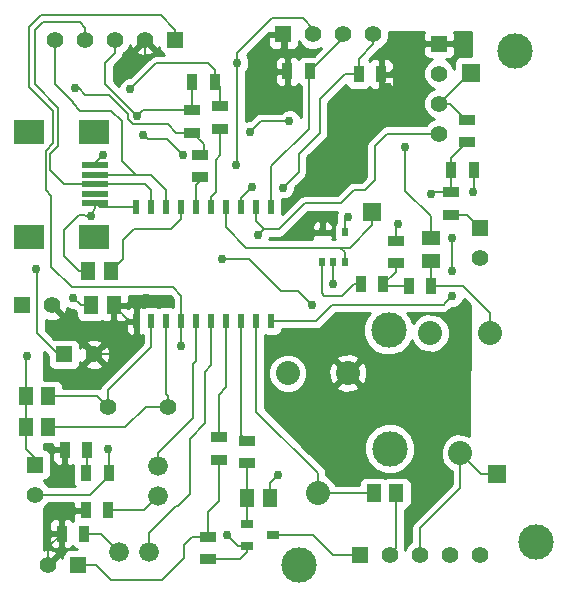
<source format=gtl>
G04 (created by PCBNEW (2013-07-07 BZR 4022)-stable) date 24/04/2015 17:54:37*
%MOIN*%
G04 Gerber Fmt 3.4, Leading zero omitted, Abs format*
%FSLAX34Y34*%
G01*
G70*
G90*
G04 APERTURE LIST*
%ADD10C,0.00590551*%
%ADD11C,0.11811*%
%ADD12R,0.0906X0.0197*%
%ADD13R,0.0984X0.0787*%
%ADD14R,0.02X0.03*%
%ADD15R,0.0394X0.0315*%
%ADD16R,0.02X0.05*%
%ADD17R,0.0590551X0.0590551*%
%ADD18R,0.055X0.035*%
%ADD19R,0.035X0.055*%
%ADD20R,0.055X0.055*%
%ADD21C,0.055*%
%ADD22C,0.08*%
%ADD23C,0.066*%
%ADD24C,0.056*%
%ADD25R,0.0512X0.059*%
%ADD26R,0.059X0.0512*%
%ADD27C,0.0295276*%
%ADD28C,0.006*%
%ADD29C,0.01*%
G04 APERTURE END LIST*
G54D10*
G54D11*
X58590Y-47775D03*
X59290Y-64155D03*
G54D12*
X44618Y-51590D03*
X44618Y-51905D03*
X44618Y-52220D03*
X44618Y-52535D03*
X44618Y-52850D03*
G54D13*
X44579Y-50468D03*
X42414Y-50468D03*
X44579Y-53972D03*
X42414Y-53972D03*
G54D11*
X54385Y-57090D03*
X54420Y-61035D03*
X51415Y-64920D03*
G54D14*
X52175Y-54830D03*
X52925Y-54830D03*
X52175Y-53830D03*
X52550Y-54830D03*
X52925Y-53830D03*
G54D15*
X50533Y-63915D03*
X49667Y-64290D03*
X49667Y-63540D03*
G54D16*
X50475Y-52985D03*
X49975Y-52985D03*
X49475Y-52985D03*
X48975Y-52985D03*
X48475Y-52985D03*
X47975Y-52985D03*
X47475Y-52985D03*
X46975Y-52985D03*
X46475Y-52985D03*
X45975Y-52985D03*
X45975Y-56785D03*
X46475Y-56785D03*
X46975Y-56785D03*
X47475Y-56785D03*
X47975Y-56785D03*
X48475Y-56785D03*
X48975Y-56785D03*
X49475Y-56785D03*
X49975Y-56785D03*
X50475Y-56785D03*
G54D17*
X57120Y-48506D03*
X53850Y-53156D03*
X57990Y-61871D03*
G54D18*
X49665Y-60770D03*
X49665Y-61520D03*
X57015Y-50820D03*
X57015Y-50070D03*
X47850Y-49755D03*
X47850Y-50505D03*
G54D19*
X53385Y-48555D03*
X54135Y-48555D03*
X51765Y-48465D03*
X51015Y-48465D03*
G54D18*
X48105Y-51990D03*
X48105Y-51240D03*
X48375Y-64725D03*
X48375Y-63975D03*
X48735Y-60660D03*
X48735Y-61410D03*
G54D19*
X44285Y-63090D03*
X45035Y-63090D03*
X43485Y-63870D03*
X44235Y-63870D03*
X57225Y-51735D03*
X56475Y-51735D03*
G54D18*
X48775Y-50380D03*
X48775Y-49630D03*
X56475Y-53235D03*
X56475Y-52485D03*
G54D19*
X47850Y-48820D03*
X48600Y-48820D03*
X44305Y-61865D03*
X45055Y-61865D03*
X43590Y-61080D03*
X44340Y-61080D03*
X55815Y-55615D03*
X55065Y-55615D03*
X54210Y-55560D03*
X53460Y-55560D03*
G54D18*
X54630Y-54105D03*
X54630Y-54855D03*
G54D20*
X47275Y-47415D03*
G54D21*
X46275Y-47415D03*
X45275Y-47415D03*
X44275Y-47415D03*
X43275Y-47415D03*
G54D20*
X53425Y-64590D03*
G54D21*
X54425Y-64590D03*
X55425Y-64590D03*
X56425Y-64590D03*
X57425Y-64590D03*
G54D20*
X50880Y-47230D03*
G54D21*
X51880Y-47230D03*
X52880Y-47230D03*
X53880Y-47230D03*
G54D20*
X56070Y-47535D03*
G54D21*
X56070Y-48535D03*
X56070Y-49535D03*
X56070Y-50535D03*
G54D20*
X42160Y-56250D03*
G54D21*
X43160Y-56250D03*
G54D20*
X43570Y-57900D03*
G54D21*
X44570Y-57900D03*
G54D20*
X57435Y-53680D03*
G54D21*
X57435Y-54680D03*
G54D20*
X42615Y-61570D03*
G54D21*
X42615Y-62570D03*
G54D22*
X53030Y-58520D03*
X52030Y-62520D03*
X51030Y-58520D03*
X57770Y-57185D03*
X56770Y-61185D03*
X55770Y-57185D03*
G54D23*
X45415Y-64500D03*
X46415Y-64500D03*
X46705Y-62605D03*
X46705Y-61605D03*
G54D24*
X47025Y-59640D03*
X45025Y-59640D03*
G54D25*
X44475Y-56265D03*
X45225Y-56265D03*
X49675Y-62685D03*
X50425Y-62685D03*
X44375Y-55130D03*
X45125Y-55130D03*
X53900Y-62525D03*
X54650Y-62525D03*
X42285Y-60330D03*
X43035Y-60330D03*
X42290Y-59290D03*
X43040Y-59290D03*
G54D26*
X55790Y-54780D03*
X55790Y-54030D03*
G54D20*
X44040Y-64920D03*
G54D21*
X43040Y-64920D03*
G54D27*
X43605Y-63090D03*
X43520Y-61960D03*
X46300Y-56030D03*
X54370Y-50020D03*
X52155Y-53235D03*
X54360Y-48975D03*
X45870Y-48340D03*
X48850Y-54730D03*
X51830Y-56250D03*
X50040Y-53910D03*
X42330Y-57945D03*
X43875Y-56010D03*
X49005Y-63930D03*
X50700Y-61920D03*
X57210Y-52470D03*
X54945Y-50985D03*
X46000Y-49950D03*
X44470Y-53270D03*
X49350Y-48180D03*
X49300Y-51580D03*
X52530Y-55545D03*
X55800Y-52545D03*
X56490Y-54015D03*
X56490Y-55125D03*
X56490Y-55965D03*
X49760Y-50480D03*
X51080Y-50120D03*
X54690Y-53550D03*
X53040Y-53310D03*
X46205Y-50580D03*
X47520Y-51250D03*
X44860Y-51260D03*
X50865Y-52335D03*
X49845Y-52320D03*
X47470Y-57620D03*
X45050Y-61060D03*
X45780Y-49065D03*
X43945Y-49020D03*
X42635Y-55060D03*
G54D28*
X43040Y-64920D02*
X43040Y-64315D01*
X43040Y-64315D02*
X43485Y-63870D01*
X44285Y-63090D02*
X43605Y-63090D01*
X43485Y-63870D02*
X43485Y-63210D01*
X43485Y-63210D02*
X43605Y-63090D01*
X43590Y-61080D02*
X43590Y-61890D01*
X43590Y-61890D02*
X43520Y-61960D01*
X45975Y-56785D02*
X45975Y-56355D01*
X45975Y-56355D02*
X46300Y-56030D01*
X45975Y-56785D02*
X45975Y-57535D01*
X45610Y-57900D02*
X44570Y-57900D01*
X45975Y-57535D02*
X45610Y-57900D01*
X45975Y-56785D02*
X45745Y-56785D01*
X45745Y-56785D02*
X45225Y-56265D01*
X44570Y-57900D02*
X44570Y-57740D01*
X44570Y-57740D02*
X43160Y-56330D01*
X43160Y-56330D02*
X43160Y-56250D01*
X52175Y-53830D02*
X52175Y-53255D01*
X54360Y-50010D02*
X54360Y-48975D01*
X54370Y-50020D02*
X54360Y-50010D01*
X52175Y-53255D02*
X52155Y-53235D01*
X56070Y-47535D02*
X55415Y-47535D01*
X54395Y-48555D02*
X54135Y-48555D01*
X55415Y-47535D02*
X54395Y-48555D01*
X54135Y-48555D02*
X54135Y-48750D01*
X54135Y-48750D02*
X54360Y-48975D01*
X51015Y-48465D02*
X51015Y-47365D01*
X51015Y-47365D02*
X50880Y-47230D01*
X46275Y-47415D02*
X46275Y-47935D01*
X46275Y-47935D02*
X45870Y-48340D01*
X54650Y-62525D02*
X54650Y-64365D01*
X54650Y-64365D02*
X54425Y-64590D01*
X55425Y-64590D02*
X55425Y-63690D01*
X56770Y-62345D02*
X56770Y-62295D01*
X55425Y-63690D02*
X56770Y-62345D01*
X57990Y-61871D02*
X57456Y-61871D01*
X57456Y-61871D02*
X56770Y-61185D01*
X56770Y-61185D02*
X56770Y-62295D01*
X56770Y-62295D02*
X56760Y-62305D01*
X50533Y-63915D02*
X51855Y-63915D01*
X52530Y-64590D02*
X53425Y-64590D01*
X51855Y-63915D02*
X52530Y-64590D01*
X49730Y-54730D02*
X48850Y-54730D01*
X50800Y-55800D02*
X49730Y-54730D01*
X51380Y-55800D02*
X50800Y-55800D01*
X51830Y-56250D02*
X51380Y-55800D01*
X50225Y-53725D02*
X50245Y-53725D01*
X50040Y-53910D02*
X50225Y-53725D01*
X49975Y-52985D02*
X49975Y-53455D01*
X54340Y-50535D02*
X56070Y-50535D01*
X53920Y-50955D02*
X54340Y-50535D01*
X53920Y-52100D02*
X53920Y-50955D01*
X53595Y-52425D02*
X53920Y-52100D01*
X53240Y-52425D02*
X53595Y-52425D01*
X52800Y-52865D02*
X53240Y-52425D01*
X51590Y-52865D02*
X52800Y-52865D01*
X50730Y-53725D02*
X51590Y-52865D01*
X50245Y-53725D02*
X50730Y-53725D01*
X49975Y-53455D02*
X50245Y-53725D01*
X57120Y-48506D02*
X57098Y-48506D01*
X57098Y-48506D02*
X56070Y-49535D01*
X57015Y-50070D02*
X56955Y-50070D01*
X56420Y-49535D02*
X56070Y-49535D01*
X56955Y-50070D02*
X56420Y-49535D01*
X48375Y-64725D02*
X49425Y-64725D01*
X49667Y-64483D02*
X49667Y-64290D01*
X49425Y-64725D02*
X49667Y-64483D01*
X42615Y-61570D02*
X42615Y-61365D01*
X42285Y-61035D02*
X42285Y-60330D01*
X42615Y-61365D02*
X42285Y-61035D01*
X42290Y-59290D02*
X42290Y-57985D01*
X42290Y-57985D02*
X42330Y-57945D01*
X42285Y-60330D02*
X42285Y-59295D01*
X42285Y-59295D02*
X42290Y-59290D01*
X44475Y-56265D02*
X44130Y-56265D01*
X44130Y-56265D02*
X43875Y-56010D01*
X49667Y-64290D02*
X49365Y-64290D01*
X49365Y-64290D02*
X49005Y-63930D01*
X50425Y-62685D02*
X50425Y-62195D01*
X50425Y-62195D02*
X50700Y-61920D01*
X57225Y-51735D02*
X57225Y-52455D01*
X57225Y-52455D02*
X57210Y-52470D01*
X55790Y-54030D02*
X55790Y-53300D01*
X54945Y-52455D02*
X54945Y-50985D01*
X55790Y-53300D02*
X54945Y-52455D01*
X51880Y-47230D02*
X51880Y-47035D01*
X49350Y-47835D02*
X49350Y-48180D01*
X50505Y-46680D02*
X49350Y-47835D01*
X51525Y-46680D02*
X50505Y-46680D01*
X51880Y-47035D02*
X51525Y-46680D01*
X47850Y-48820D02*
X47850Y-49755D01*
X47850Y-49755D02*
X46195Y-49755D01*
X46195Y-49755D02*
X46000Y-49950D01*
X45275Y-47415D02*
X45275Y-47845D01*
X46000Y-49940D02*
X46000Y-49950D01*
X44950Y-48890D02*
X46000Y-49940D01*
X44950Y-48170D02*
X44950Y-48890D01*
X45275Y-47845D02*
X44950Y-48170D01*
X44375Y-55130D02*
X44075Y-55130D01*
X44070Y-53250D02*
X44470Y-53270D01*
X43575Y-53745D02*
X44070Y-53250D01*
X43575Y-54630D02*
X43575Y-53745D01*
X44075Y-55130D02*
X43575Y-54630D01*
X45975Y-52985D02*
X44753Y-52985D01*
X44753Y-52985D02*
X44618Y-52850D01*
X44618Y-52850D02*
X44618Y-53032D01*
X44618Y-53032D02*
X44470Y-53270D01*
X49350Y-51530D02*
X49350Y-48180D01*
X49300Y-51580D02*
X49350Y-51530D01*
X52550Y-54830D02*
X52550Y-55525D01*
X52550Y-55525D02*
X52530Y-55545D01*
X44235Y-63870D02*
X44785Y-63870D01*
X44785Y-63870D02*
X45415Y-64500D01*
X48735Y-60660D02*
X48735Y-59235D01*
X48975Y-58995D02*
X48975Y-56785D01*
X48735Y-59235D02*
X48975Y-58995D01*
X49665Y-61520D02*
X49665Y-62675D01*
X49667Y-62677D02*
X49667Y-63540D01*
X49665Y-62675D02*
X49667Y-62677D01*
X46705Y-61605D02*
X46705Y-61175D01*
X47975Y-58120D02*
X47975Y-56785D01*
X47865Y-58230D02*
X47975Y-58120D01*
X47865Y-60015D02*
X47865Y-58230D01*
X46705Y-61175D02*
X47865Y-60015D01*
X56475Y-53235D02*
X56990Y-53235D01*
X56990Y-53235D02*
X57435Y-53680D01*
X51810Y-56785D02*
X51965Y-56785D01*
X56220Y-56235D02*
X56280Y-56175D01*
X52515Y-56235D02*
X56220Y-56235D01*
X51965Y-56785D02*
X52515Y-56235D01*
X50475Y-56785D02*
X51810Y-56785D01*
X55860Y-52485D02*
X56475Y-52485D01*
X55800Y-52545D02*
X55860Y-52485D01*
X56490Y-55125D02*
X56490Y-54015D01*
X56280Y-56175D02*
X56490Y-55965D01*
X56475Y-51765D02*
X56475Y-51360D01*
X56475Y-51360D02*
X57015Y-50820D01*
X56475Y-51765D02*
X56475Y-52485D01*
X48475Y-52985D02*
X48475Y-52655D01*
X48775Y-51260D02*
X48775Y-50380D01*
X48630Y-51405D02*
X48775Y-51260D01*
X48630Y-52500D02*
X48630Y-51405D01*
X48475Y-52655D02*
X48630Y-52500D01*
X47975Y-52985D02*
X47975Y-52255D01*
X47975Y-52255D02*
X48245Y-51985D01*
X53900Y-62525D02*
X52035Y-62525D01*
X52035Y-62525D02*
X52030Y-62520D01*
X49975Y-56785D02*
X49975Y-59810D01*
X52030Y-61865D02*
X52030Y-62520D01*
X49975Y-59810D02*
X52030Y-61865D01*
X45035Y-63090D02*
X46220Y-63090D01*
X46220Y-63090D02*
X46705Y-62605D01*
X44040Y-64920D02*
X44625Y-64920D01*
X47835Y-63975D02*
X48375Y-63975D01*
X47565Y-64245D02*
X47835Y-63975D01*
X47565Y-64680D02*
X47565Y-64245D01*
X46830Y-65415D02*
X47565Y-64680D01*
X45120Y-65415D02*
X46830Y-65415D01*
X44625Y-64920D02*
X45120Y-65415D01*
X48375Y-63975D02*
X48375Y-63145D01*
X48735Y-62785D02*
X48735Y-61410D01*
X48375Y-63145D02*
X48735Y-62785D01*
X47475Y-52985D02*
X47475Y-53370D01*
X45525Y-54730D02*
X45125Y-55130D01*
X45525Y-54075D02*
X45525Y-54730D01*
X45885Y-53715D02*
X45525Y-54075D01*
X47130Y-53715D02*
X45885Y-53715D01*
X47475Y-53370D02*
X47130Y-53715D01*
X44275Y-47415D02*
X44275Y-47020D01*
X43565Y-52220D02*
X44618Y-52220D01*
X43110Y-51765D02*
X43565Y-52220D01*
X43110Y-51210D02*
X43110Y-51765D01*
X43380Y-50940D02*
X43110Y-51210D01*
X43380Y-49680D02*
X43380Y-50940D01*
X42600Y-48900D02*
X43380Y-49680D01*
X42600Y-47100D02*
X42600Y-48900D01*
X42870Y-46830D02*
X42600Y-47100D01*
X44085Y-46830D02*
X42870Y-46830D01*
X44275Y-47020D02*
X44085Y-46830D01*
X44618Y-52220D02*
X46265Y-52220D01*
X46475Y-52430D02*
X46475Y-52985D01*
X46265Y-52220D02*
X46475Y-52430D01*
X43860Y-49470D02*
X43860Y-49530D01*
X45455Y-50100D02*
X45510Y-50100D01*
X45125Y-49770D02*
X45455Y-50100D01*
X44100Y-49770D02*
X45125Y-49770D01*
X43860Y-49530D02*
X44100Y-49770D01*
X43275Y-47415D02*
X43275Y-48885D01*
X45510Y-51450D02*
X45965Y-51905D01*
X45510Y-50100D02*
X45510Y-51450D01*
X43275Y-48885D02*
X43860Y-49470D01*
X46975Y-52985D02*
X46975Y-52420D01*
X46460Y-51905D02*
X45965Y-51905D01*
X45965Y-51905D02*
X44618Y-51905D01*
X46975Y-52420D02*
X46460Y-51905D01*
X49760Y-50480D02*
X50120Y-50120D01*
X50120Y-50120D02*
X51080Y-50120D01*
X52925Y-53830D02*
X52925Y-53425D01*
X54630Y-53610D02*
X54630Y-54105D01*
X54690Y-53550D02*
X54630Y-53610D01*
X52925Y-53425D02*
X53040Y-53310D01*
X53460Y-55560D02*
X53220Y-55560D01*
X52175Y-55865D02*
X52175Y-54830D01*
X52245Y-55935D02*
X52175Y-55865D01*
X52845Y-55935D02*
X52245Y-55935D01*
X53220Y-55560D02*
X52845Y-55935D01*
X55065Y-55615D02*
X54265Y-55615D01*
X54265Y-55615D02*
X54210Y-55560D01*
X54630Y-54855D02*
X54630Y-55140D01*
X54630Y-55140D02*
X54210Y-55560D01*
X44340Y-61080D02*
X44340Y-61830D01*
X44340Y-61830D02*
X44305Y-61865D01*
X45025Y-59640D02*
X45025Y-59090D01*
X46475Y-57640D02*
X46475Y-56785D01*
X45025Y-59090D02*
X46475Y-57640D01*
X43040Y-59290D02*
X44675Y-59290D01*
X44675Y-59290D02*
X45025Y-59640D01*
X47025Y-59640D02*
X47025Y-59280D01*
X46975Y-59230D02*
X46975Y-56785D01*
X47025Y-59280D02*
X46975Y-59230D01*
X43035Y-60330D02*
X45600Y-60330D01*
X46290Y-59640D02*
X47025Y-59640D01*
X45600Y-60330D02*
X46290Y-59640D01*
X46355Y-50730D02*
X47000Y-50730D01*
X46205Y-50580D02*
X46355Y-50730D01*
X47520Y-51250D02*
X47000Y-50730D01*
X44618Y-51590D02*
X44618Y-51502D01*
X44618Y-51502D02*
X44860Y-51260D01*
X57770Y-57185D02*
X57770Y-56525D01*
X56860Y-55615D02*
X55815Y-55615D01*
X57770Y-56525D02*
X56860Y-55615D01*
X55815Y-55615D02*
X55815Y-54805D01*
X55815Y-54805D02*
X55790Y-54780D01*
X50475Y-52985D02*
X50475Y-51630D01*
X52880Y-47350D02*
X52880Y-47230D01*
X51735Y-48495D02*
X52880Y-47350D01*
X51735Y-50370D02*
X51735Y-48495D01*
X50475Y-51630D02*
X51735Y-50370D01*
X53385Y-48555D02*
X53385Y-48045D01*
X53880Y-47550D02*
X53880Y-47230D01*
X53385Y-48045D02*
X53880Y-47550D01*
X49475Y-52985D02*
X49475Y-52690D01*
X52935Y-48555D02*
X53385Y-48555D01*
X52095Y-49395D02*
X52935Y-48555D01*
X52095Y-50505D02*
X52095Y-49395D01*
X51390Y-51210D02*
X52095Y-50505D01*
X51390Y-51810D02*
X51390Y-51210D01*
X50865Y-52335D02*
X51390Y-51810D01*
X49475Y-52690D02*
X49845Y-52320D01*
X52770Y-54340D02*
X53090Y-54340D01*
X53850Y-53580D02*
X53850Y-53156D01*
X53090Y-54340D02*
X53850Y-53580D01*
X52925Y-54830D02*
X52925Y-54495D01*
X52925Y-54495D02*
X52770Y-54340D01*
X48975Y-52985D02*
X48975Y-53665D01*
X49650Y-54340D02*
X52770Y-54340D01*
X48975Y-53665D02*
X49650Y-54340D01*
X46415Y-64500D02*
X46415Y-63835D01*
X48475Y-58265D02*
X48475Y-56785D01*
X48270Y-58470D02*
X48475Y-58265D01*
X48270Y-60195D02*
X48270Y-58470D01*
X47760Y-60705D02*
X48270Y-60195D01*
X47760Y-62550D02*
X47760Y-60705D01*
X47355Y-62955D02*
X47760Y-62550D01*
X47295Y-62955D02*
X47355Y-62955D01*
X46415Y-63835D02*
X47295Y-62955D01*
X45055Y-61865D02*
X45055Y-61065D01*
X47475Y-57615D02*
X47475Y-56785D01*
X47470Y-57620D02*
X47475Y-57615D01*
X45055Y-61065D02*
X45050Y-61060D01*
X42615Y-62570D02*
X44430Y-62570D01*
X45055Y-61945D02*
X45055Y-61865D01*
X44430Y-62570D02*
X45055Y-61945D01*
X47275Y-47415D02*
X47275Y-47080D01*
X47275Y-47080D02*
X46785Y-46590D01*
X46785Y-46590D02*
X42810Y-46590D01*
X42810Y-46590D02*
X42405Y-46995D01*
X42405Y-46995D02*
X42405Y-48990D01*
X42405Y-48990D02*
X43215Y-49800D01*
X43215Y-49800D02*
X43215Y-50860D01*
X43215Y-50860D02*
X42960Y-51115D01*
X42960Y-51115D02*
X42960Y-52430D01*
X42960Y-52430D02*
X43150Y-52620D01*
X43150Y-52620D02*
X43150Y-54970D01*
X43150Y-54970D02*
X43845Y-55665D01*
X43845Y-55665D02*
X47205Y-55665D01*
X47205Y-55665D02*
X47475Y-55935D01*
X47475Y-55935D02*
X47475Y-56785D01*
X49475Y-56785D02*
X49475Y-60580D01*
X49475Y-60580D02*
X49665Y-60770D01*
X48600Y-48820D02*
X48600Y-48425D01*
X46650Y-48195D02*
X45780Y-49065D01*
X48370Y-48195D02*
X46650Y-48195D01*
X48600Y-48425D02*
X48370Y-48195D01*
X48775Y-49630D02*
X48775Y-48995D01*
X48775Y-48995D02*
X48600Y-48820D01*
X44275Y-49240D02*
X44055Y-49020D01*
X44055Y-49020D02*
X43945Y-49020D01*
X47850Y-50505D02*
X47305Y-50505D01*
X45060Y-49240D02*
X44905Y-49240D01*
X45695Y-49875D02*
X45060Y-49240D01*
X45695Y-50065D02*
X45695Y-49875D01*
X45860Y-50230D02*
X45695Y-50065D01*
X47030Y-50230D02*
X45860Y-50230D01*
X47305Y-50505D02*
X47030Y-50230D01*
X44905Y-49240D02*
X44275Y-49240D01*
X43380Y-57900D02*
X43570Y-57900D01*
X42680Y-57200D02*
X43380Y-57900D01*
X42680Y-55105D02*
X42680Y-57200D01*
X42635Y-55060D02*
X42680Y-55105D01*
X48245Y-51235D02*
X48245Y-50900D01*
X48245Y-50900D02*
X47850Y-50505D01*
G54D10*
G36*
X43926Y-62290D02*
X43540Y-62290D01*
X43540Y-61542D01*
X43540Y-61130D01*
X43227Y-61130D01*
X43165Y-61192D01*
X43164Y-61305D01*
X43165Y-61404D01*
X43203Y-61496D01*
X43273Y-61567D01*
X43365Y-61605D01*
X43477Y-61605D01*
X43540Y-61542D01*
X43540Y-62290D01*
X43067Y-62290D01*
X43060Y-62273D01*
X42912Y-62125D01*
X42892Y-62116D01*
X42892Y-62095D01*
X42939Y-62095D01*
X43031Y-62057D01*
X43101Y-61986D01*
X43139Y-61894D01*
X43140Y-61795D01*
X43140Y-61245D01*
X43102Y-61153D01*
X43031Y-61083D01*
X42939Y-61045D01*
X42894Y-61045D01*
X42895Y-60875D01*
X43164Y-60875D01*
X43165Y-60967D01*
X43227Y-61030D01*
X43540Y-61030D01*
X43540Y-61022D01*
X43640Y-61022D01*
X43640Y-61030D01*
X43647Y-61030D01*
X43647Y-61130D01*
X43640Y-61130D01*
X43640Y-61542D01*
X43702Y-61605D01*
X43814Y-61605D01*
X43880Y-61577D01*
X43879Y-61639D01*
X43879Y-62189D01*
X43917Y-62281D01*
X43926Y-62290D01*
X43926Y-62290D01*
G37*
G54D29*
X43926Y-62290D02*
X43540Y-62290D01*
X43540Y-61542D01*
X43540Y-61130D01*
X43227Y-61130D01*
X43165Y-61192D01*
X43164Y-61305D01*
X43165Y-61404D01*
X43203Y-61496D01*
X43273Y-61567D01*
X43365Y-61605D01*
X43477Y-61605D01*
X43540Y-61542D01*
X43540Y-62290D01*
X43067Y-62290D01*
X43060Y-62273D01*
X42912Y-62125D01*
X42892Y-62116D01*
X42892Y-62095D01*
X42939Y-62095D01*
X43031Y-62057D01*
X43101Y-61986D01*
X43139Y-61894D01*
X43140Y-61795D01*
X43140Y-61245D01*
X43102Y-61153D01*
X43031Y-61083D01*
X42939Y-61045D01*
X42894Y-61045D01*
X42895Y-60875D01*
X43164Y-60875D01*
X43165Y-60967D01*
X43227Y-61030D01*
X43540Y-61030D01*
X43540Y-61022D01*
X43640Y-61022D01*
X43640Y-61030D01*
X43647Y-61030D01*
X43647Y-61130D01*
X43640Y-61130D01*
X43640Y-61542D01*
X43702Y-61605D01*
X43814Y-61605D01*
X43880Y-61577D01*
X43879Y-61639D01*
X43879Y-62189D01*
X43917Y-62281D01*
X43926Y-62290D01*
G54D10*
G36*
X44342Y-63140D02*
X44335Y-63140D01*
X44335Y-63147D01*
X44235Y-63147D01*
X44235Y-63140D01*
X43922Y-63140D01*
X43860Y-63202D01*
X43859Y-63315D01*
X43860Y-63414D01*
X43867Y-63433D01*
X43860Y-63441D01*
X43801Y-63382D01*
X43709Y-63344D01*
X43597Y-63345D01*
X43535Y-63407D01*
X43535Y-63820D01*
X43542Y-63820D01*
X43542Y-63920D01*
X43535Y-63920D01*
X43535Y-64332D01*
X43597Y-64395D01*
X43709Y-64395D01*
X43801Y-64357D01*
X43860Y-64298D01*
X43918Y-64356D01*
X44010Y-64394D01*
X44010Y-64394D01*
X43715Y-64394D01*
X43623Y-64432D01*
X43553Y-64503D01*
X43515Y-64595D01*
X43514Y-64682D01*
X43500Y-64647D01*
X43435Y-64630D01*
X43435Y-64332D01*
X43435Y-63920D01*
X43435Y-63820D01*
X43435Y-63407D01*
X43372Y-63345D01*
X43260Y-63344D01*
X43168Y-63382D01*
X43098Y-63453D01*
X43060Y-63545D01*
X43059Y-63644D01*
X43060Y-63757D01*
X43122Y-63820D01*
X43435Y-63820D01*
X43435Y-63920D01*
X43122Y-63920D01*
X43060Y-63982D01*
X43059Y-64095D01*
X43060Y-64194D01*
X43098Y-64286D01*
X43168Y-64357D01*
X43260Y-64395D01*
X43372Y-64395D01*
X43435Y-64332D01*
X43435Y-64630D01*
X43407Y-64622D01*
X43158Y-64872D01*
X43007Y-64871D01*
X43034Y-64843D01*
X43040Y-64849D01*
X43337Y-64552D01*
X43312Y-64459D01*
X43115Y-64390D01*
X42907Y-64401D01*
X42886Y-64410D01*
X42889Y-63024D01*
X42912Y-63015D01*
X43059Y-62867D01*
X43067Y-62850D01*
X43859Y-62850D01*
X43859Y-62864D01*
X43860Y-62977D01*
X43922Y-63040D01*
X44235Y-63040D01*
X44235Y-63032D01*
X44335Y-63032D01*
X44335Y-63040D01*
X44342Y-63040D01*
X44342Y-63140D01*
X44342Y-63140D01*
G37*
G54D29*
X44342Y-63140D02*
X44335Y-63140D01*
X44335Y-63147D01*
X44235Y-63147D01*
X44235Y-63140D01*
X43922Y-63140D01*
X43860Y-63202D01*
X43859Y-63315D01*
X43860Y-63414D01*
X43867Y-63433D01*
X43860Y-63441D01*
X43801Y-63382D01*
X43709Y-63344D01*
X43597Y-63345D01*
X43535Y-63407D01*
X43535Y-63820D01*
X43542Y-63820D01*
X43542Y-63920D01*
X43535Y-63920D01*
X43535Y-64332D01*
X43597Y-64395D01*
X43709Y-64395D01*
X43801Y-64357D01*
X43860Y-64298D01*
X43918Y-64356D01*
X44010Y-64394D01*
X44010Y-64394D01*
X43715Y-64394D01*
X43623Y-64432D01*
X43553Y-64503D01*
X43515Y-64595D01*
X43514Y-64682D01*
X43500Y-64647D01*
X43435Y-64630D01*
X43435Y-64332D01*
X43435Y-63920D01*
X43435Y-63820D01*
X43435Y-63407D01*
X43372Y-63345D01*
X43260Y-63344D01*
X43168Y-63382D01*
X43098Y-63453D01*
X43060Y-63545D01*
X43059Y-63644D01*
X43060Y-63757D01*
X43122Y-63820D01*
X43435Y-63820D01*
X43435Y-63920D01*
X43122Y-63920D01*
X43060Y-63982D01*
X43059Y-64095D01*
X43060Y-64194D01*
X43098Y-64286D01*
X43168Y-64357D01*
X43260Y-64395D01*
X43372Y-64395D01*
X43435Y-64332D01*
X43435Y-64630D01*
X43407Y-64622D01*
X43158Y-64872D01*
X43007Y-64871D01*
X43034Y-64843D01*
X43040Y-64849D01*
X43337Y-64552D01*
X43312Y-64459D01*
X43115Y-64390D01*
X42907Y-64401D01*
X42886Y-64410D01*
X42889Y-63024D01*
X42912Y-63015D01*
X43059Y-62867D01*
X43067Y-62850D01*
X43859Y-62850D01*
X43859Y-62864D01*
X43860Y-62977D01*
X43922Y-63040D01*
X44235Y-63040D01*
X44235Y-63032D01*
X44335Y-63032D01*
X44335Y-63040D01*
X44342Y-63040D01*
X44342Y-63140D01*
G54D10*
G36*
X46889Y-47915D02*
X46650Y-47915D01*
X46572Y-47930D01*
X46572Y-47782D01*
X46275Y-47485D01*
X45977Y-47782D01*
X46002Y-47875D01*
X46199Y-47944D01*
X46407Y-47933D01*
X46547Y-47875D01*
X46572Y-47782D01*
X46572Y-47930D01*
X46560Y-47932D01*
X46542Y-47936D01*
X46452Y-47997D01*
X45781Y-48667D01*
X45701Y-48667D01*
X45555Y-48727D01*
X45443Y-48839D01*
X45399Y-48943D01*
X45230Y-48774D01*
X45230Y-48285D01*
X45472Y-48042D01*
X45472Y-48042D01*
X45533Y-47952D01*
X45533Y-47952D01*
X45537Y-47934D01*
X45550Y-47869D01*
X45550Y-47869D01*
X45572Y-47860D01*
X45719Y-47712D01*
X45772Y-47586D01*
X45814Y-47687D01*
X45907Y-47712D01*
X46204Y-47415D01*
X46198Y-47409D01*
X46269Y-47338D01*
X46275Y-47344D01*
X46280Y-47338D01*
X46351Y-47409D01*
X46345Y-47415D01*
X46642Y-47712D01*
X46735Y-47687D01*
X46749Y-47646D01*
X46749Y-47739D01*
X46787Y-47831D01*
X46858Y-47901D01*
X46889Y-47915D01*
X46889Y-47915D01*
G37*
G54D29*
X46889Y-47915D02*
X46650Y-47915D01*
X46572Y-47930D01*
X46572Y-47782D01*
X46275Y-47485D01*
X45977Y-47782D01*
X46002Y-47875D01*
X46199Y-47944D01*
X46407Y-47933D01*
X46547Y-47875D01*
X46572Y-47782D01*
X46572Y-47930D01*
X46560Y-47932D01*
X46542Y-47936D01*
X46452Y-47997D01*
X45781Y-48667D01*
X45701Y-48667D01*
X45555Y-48727D01*
X45443Y-48839D01*
X45399Y-48943D01*
X45230Y-48774D01*
X45230Y-48285D01*
X45472Y-48042D01*
X45472Y-48042D01*
X45533Y-47952D01*
X45533Y-47952D01*
X45537Y-47934D01*
X45550Y-47869D01*
X45550Y-47869D01*
X45572Y-47860D01*
X45719Y-47712D01*
X45772Y-47586D01*
X45814Y-47687D01*
X45907Y-47712D01*
X46204Y-47415D01*
X46198Y-47409D01*
X46269Y-47338D01*
X46275Y-47344D01*
X46280Y-47338D01*
X46351Y-47409D01*
X46345Y-47415D01*
X46642Y-47712D01*
X46735Y-47687D01*
X46749Y-47646D01*
X46749Y-47739D01*
X46787Y-47831D01*
X46858Y-47901D01*
X46889Y-47915D01*
G54D10*
G36*
X47195Y-56314D02*
X47124Y-56285D01*
X47025Y-56284D01*
X46825Y-56284D01*
X46733Y-56322D01*
X46725Y-56331D01*
X46716Y-56323D01*
X46624Y-56285D01*
X46525Y-56284D01*
X46325Y-56284D01*
X46233Y-56322D01*
X46225Y-56331D01*
X46216Y-56322D01*
X46124Y-56284D01*
X46087Y-56285D01*
X46025Y-56347D01*
X46025Y-56735D01*
X46032Y-56735D01*
X46032Y-56835D01*
X46025Y-56835D01*
X46025Y-57222D01*
X46087Y-57285D01*
X46124Y-57285D01*
X46195Y-57255D01*
X46195Y-57524D01*
X45925Y-57794D01*
X45925Y-57222D01*
X45925Y-56835D01*
X45925Y-56735D01*
X45925Y-56347D01*
X45862Y-56285D01*
X45825Y-56284D01*
X45733Y-56322D01*
X45704Y-56351D01*
X45668Y-56315D01*
X45275Y-56315D01*
X45275Y-56747D01*
X45337Y-56810D01*
X45530Y-56810D01*
X45622Y-56772D01*
X45673Y-56721D01*
X45687Y-56735D01*
X45925Y-56735D01*
X45925Y-56835D01*
X45687Y-56835D01*
X45625Y-56897D01*
X45624Y-56985D01*
X45625Y-57084D01*
X45663Y-57176D01*
X45733Y-57247D01*
X45825Y-57285D01*
X45862Y-57285D01*
X45925Y-57222D01*
X45925Y-57794D01*
X45099Y-58619D01*
X45099Y-57975D01*
X45088Y-57767D01*
X45030Y-57627D01*
X44937Y-57602D01*
X44867Y-57673D01*
X44867Y-57532D01*
X44842Y-57439D01*
X44645Y-57370D01*
X44437Y-57381D01*
X44297Y-57439D01*
X44272Y-57532D01*
X44570Y-57829D01*
X44867Y-57532D01*
X44867Y-57673D01*
X44640Y-57900D01*
X44937Y-58197D01*
X45030Y-58172D01*
X45099Y-57975D01*
X45099Y-58619D01*
X44867Y-58851D01*
X44867Y-58267D01*
X44570Y-57970D01*
X44272Y-58267D01*
X44297Y-58360D01*
X44494Y-58429D01*
X44702Y-58418D01*
X44842Y-58360D01*
X44867Y-58267D01*
X44867Y-58851D01*
X44827Y-58892D01*
X44766Y-58982D01*
X44757Y-59026D01*
X44675Y-59010D01*
X43546Y-59010D01*
X43546Y-58945D01*
X43508Y-58853D01*
X43437Y-58783D01*
X43345Y-58745D01*
X43246Y-58744D01*
X42900Y-58744D01*
X42902Y-57818D01*
X43044Y-57960D01*
X43044Y-58224D01*
X43082Y-58316D01*
X43153Y-58386D01*
X43245Y-58424D01*
X43344Y-58425D01*
X43894Y-58425D01*
X43986Y-58387D01*
X44056Y-58316D01*
X44094Y-58224D01*
X44095Y-58137D01*
X44109Y-58172D01*
X44202Y-58197D01*
X44499Y-57900D01*
X44202Y-57602D01*
X44109Y-57627D01*
X44095Y-57668D01*
X44095Y-57575D01*
X44057Y-57483D01*
X43986Y-57413D01*
X43894Y-57375D01*
X43795Y-57374D01*
X43250Y-57374D01*
X42960Y-57084D01*
X42960Y-56736D01*
X43084Y-56779D01*
X43292Y-56768D01*
X43432Y-56710D01*
X43457Y-56617D01*
X43160Y-56320D01*
X43154Y-56326D01*
X43083Y-56255D01*
X43089Y-56250D01*
X43083Y-56244D01*
X43154Y-56173D01*
X43160Y-56179D01*
X43165Y-56173D01*
X43236Y-56244D01*
X43230Y-56250D01*
X43527Y-56547D01*
X43620Y-56522D01*
X43678Y-56358D01*
X43795Y-56407D01*
X43876Y-56407D01*
X43932Y-56462D01*
X43968Y-56487D01*
X43968Y-56609D01*
X44006Y-56701D01*
X44077Y-56771D01*
X44169Y-56809D01*
X44268Y-56810D01*
X44780Y-56810D01*
X44850Y-56781D01*
X44919Y-56810D01*
X45112Y-56810D01*
X45175Y-56747D01*
X45175Y-56315D01*
X45167Y-56315D01*
X45167Y-56215D01*
X45175Y-56215D01*
X45175Y-56207D01*
X45275Y-56207D01*
X45275Y-56215D01*
X45668Y-56215D01*
X45731Y-56152D01*
X45731Y-56019D01*
X45730Y-55945D01*
X47089Y-55945D01*
X47195Y-56050D01*
X47195Y-56314D01*
X47195Y-56314D01*
G37*
G54D29*
X47195Y-56314D02*
X47124Y-56285D01*
X47025Y-56284D01*
X46825Y-56284D01*
X46733Y-56322D01*
X46725Y-56331D01*
X46716Y-56323D01*
X46624Y-56285D01*
X46525Y-56284D01*
X46325Y-56284D01*
X46233Y-56322D01*
X46225Y-56331D01*
X46216Y-56322D01*
X46124Y-56284D01*
X46087Y-56285D01*
X46025Y-56347D01*
X46025Y-56735D01*
X46032Y-56735D01*
X46032Y-56835D01*
X46025Y-56835D01*
X46025Y-57222D01*
X46087Y-57285D01*
X46124Y-57285D01*
X46195Y-57255D01*
X46195Y-57524D01*
X45925Y-57794D01*
X45925Y-57222D01*
X45925Y-56835D01*
X45925Y-56735D01*
X45925Y-56347D01*
X45862Y-56285D01*
X45825Y-56284D01*
X45733Y-56322D01*
X45704Y-56351D01*
X45668Y-56315D01*
X45275Y-56315D01*
X45275Y-56747D01*
X45337Y-56810D01*
X45530Y-56810D01*
X45622Y-56772D01*
X45673Y-56721D01*
X45687Y-56735D01*
X45925Y-56735D01*
X45925Y-56835D01*
X45687Y-56835D01*
X45625Y-56897D01*
X45624Y-56985D01*
X45625Y-57084D01*
X45663Y-57176D01*
X45733Y-57247D01*
X45825Y-57285D01*
X45862Y-57285D01*
X45925Y-57222D01*
X45925Y-57794D01*
X45099Y-58619D01*
X45099Y-57975D01*
X45088Y-57767D01*
X45030Y-57627D01*
X44937Y-57602D01*
X44867Y-57673D01*
X44867Y-57532D01*
X44842Y-57439D01*
X44645Y-57370D01*
X44437Y-57381D01*
X44297Y-57439D01*
X44272Y-57532D01*
X44570Y-57829D01*
X44867Y-57532D01*
X44867Y-57673D01*
X44640Y-57900D01*
X44937Y-58197D01*
X45030Y-58172D01*
X45099Y-57975D01*
X45099Y-58619D01*
X44867Y-58851D01*
X44867Y-58267D01*
X44570Y-57970D01*
X44272Y-58267D01*
X44297Y-58360D01*
X44494Y-58429D01*
X44702Y-58418D01*
X44842Y-58360D01*
X44867Y-58267D01*
X44867Y-58851D01*
X44827Y-58892D01*
X44766Y-58982D01*
X44757Y-59026D01*
X44675Y-59010D01*
X43546Y-59010D01*
X43546Y-58945D01*
X43508Y-58853D01*
X43437Y-58783D01*
X43345Y-58745D01*
X43246Y-58744D01*
X42900Y-58744D01*
X42902Y-57818D01*
X43044Y-57960D01*
X43044Y-58224D01*
X43082Y-58316D01*
X43153Y-58386D01*
X43245Y-58424D01*
X43344Y-58425D01*
X43894Y-58425D01*
X43986Y-58387D01*
X44056Y-58316D01*
X44094Y-58224D01*
X44095Y-58137D01*
X44109Y-58172D01*
X44202Y-58197D01*
X44499Y-57900D01*
X44202Y-57602D01*
X44109Y-57627D01*
X44095Y-57668D01*
X44095Y-57575D01*
X44057Y-57483D01*
X43986Y-57413D01*
X43894Y-57375D01*
X43795Y-57374D01*
X43250Y-57374D01*
X42960Y-57084D01*
X42960Y-56736D01*
X43084Y-56779D01*
X43292Y-56768D01*
X43432Y-56710D01*
X43457Y-56617D01*
X43160Y-56320D01*
X43154Y-56326D01*
X43083Y-56255D01*
X43089Y-56250D01*
X43083Y-56244D01*
X43154Y-56173D01*
X43160Y-56179D01*
X43165Y-56173D01*
X43236Y-56244D01*
X43230Y-56250D01*
X43527Y-56547D01*
X43620Y-56522D01*
X43678Y-56358D01*
X43795Y-56407D01*
X43876Y-56407D01*
X43932Y-56462D01*
X43968Y-56487D01*
X43968Y-56609D01*
X44006Y-56701D01*
X44077Y-56771D01*
X44169Y-56809D01*
X44268Y-56810D01*
X44780Y-56810D01*
X44850Y-56781D01*
X44919Y-56810D01*
X45112Y-56810D01*
X45175Y-56747D01*
X45175Y-56315D01*
X45167Y-56315D01*
X45167Y-56215D01*
X45175Y-56215D01*
X45175Y-56207D01*
X45275Y-56207D01*
X45275Y-56215D01*
X45668Y-56215D01*
X45731Y-56152D01*
X45731Y-56019D01*
X45730Y-55945D01*
X47089Y-55945D01*
X47195Y-56050D01*
X47195Y-56314D01*
G54D10*
G36*
X52145Y-47688D02*
X51894Y-47939D01*
X51890Y-47939D01*
X51540Y-47939D01*
X51448Y-47977D01*
X51390Y-48036D01*
X51331Y-47977D01*
X51239Y-47939D01*
X51127Y-47940D01*
X51065Y-48002D01*
X51065Y-48415D01*
X51072Y-48415D01*
X51072Y-48515D01*
X51065Y-48515D01*
X51065Y-48927D01*
X51127Y-48990D01*
X51239Y-48990D01*
X51331Y-48952D01*
X51390Y-48893D01*
X51448Y-48951D01*
X51455Y-48954D01*
X51455Y-49986D01*
X51417Y-49895D01*
X51305Y-49783D01*
X51159Y-49722D01*
X51001Y-49722D01*
X50965Y-49737D01*
X50965Y-48927D01*
X50965Y-48515D01*
X50965Y-48415D01*
X50965Y-48002D01*
X50902Y-47940D01*
X50830Y-47939D01*
X50830Y-47692D01*
X50830Y-47280D01*
X50417Y-47280D01*
X50355Y-47342D01*
X50354Y-47455D01*
X50355Y-47554D01*
X50393Y-47646D01*
X50463Y-47717D01*
X50555Y-47755D01*
X50767Y-47755D01*
X50830Y-47692D01*
X50830Y-47939D01*
X50790Y-47939D01*
X50698Y-47977D01*
X50628Y-48048D01*
X50590Y-48140D01*
X50589Y-48239D01*
X50590Y-48352D01*
X50652Y-48415D01*
X50965Y-48415D01*
X50965Y-48515D01*
X50652Y-48515D01*
X50590Y-48577D01*
X50589Y-48690D01*
X50590Y-48789D01*
X50628Y-48881D01*
X50698Y-48952D01*
X50790Y-48990D01*
X50902Y-48990D01*
X50965Y-48927D01*
X50965Y-49737D01*
X50855Y-49782D01*
X50797Y-49840D01*
X50120Y-49840D01*
X50012Y-49861D01*
X49982Y-49881D01*
X49922Y-49922D01*
X49761Y-50082D01*
X49681Y-50082D01*
X49630Y-50103D01*
X49630Y-48462D01*
X49686Y-48405D01*
X49747Y-48259D01*
X49747Y-48101D01*
X49687Y-47955D01*
X49656Y-47924D01*
X50402Y-47178D01*
X50416Y-47178D01*
X50417Y-47180D01*
X50830Y-47180D01*
X50830Y-47177D01*
X50930Y-47177D01*
X50930Y-47180D01*
X50937Y-47180D01*
X50937Y-47280D01*
X50930Y-47280D01*
X50930Y-47692D01*
X50992Y-47755D01*
X51204Y-47755D01*
X51296Y-47717D01*
X51366Y-47646D01*
X51404Y-47554D01*
X51405Y-47455D01*
X51405Y-47455D01*
X51434Y-47527D01*
X51582Y-47674D01*
X51775Y-47754D01*
X51983Y-47755D01*
X52145Y-47688D01*
X52145Y-47688D01*
G37*
G54D29*
X52145Y-47688D02*
X51894Y-47939D01*
X51890Y-47939D01*
X51540Y-47939D01*
X51448Y-47977D01*
X51390Y-48036D01*
X51331Y-47977D01*
X51239Y-47939D01*
X51127Y-47940D01*
X51065Y-48002D01*
X51065Y-48415D01*
X51072Y-48415D01*
X51072Y-48515D01*
X51065Y-48515D01*
X51065Y-48927D01*
X51127Y-48990D01*
X51239Y-48990D01*
X51331Y-48952D01*
X51390Y-48893D01*
X51448Y-48951D01*
X51455Y-48954D01*
X51455Y-49986D01*
X51417Y-49895D01*
X51305Y-49783D01*
X51159Y-49722D01*
X51001Y-49722D01*
X50965Y-49737D01*
X50965Y-48927D01*
X50965Y-48515D01*
X50965Y-48415D01*
X50965Y-48002D01*
X50902Y-47940D01*
X50830Y-47939D01*
X50830Y-47692D01*
X50830Y-47280D01*
X50417Y-47280D01*
X50355Y-47342D01*
X50354Y-47455D01*
X50355Y-47554D01*
X50393Y-47646D01*
X50463Y-47717D01*
X50555Y-47755D01*
X50767Y-47755D01*
X50830Y-47692D01*
X50830Y-47939D01*
X50790Y-47939D01*
X50698Y-47977D01*
X50628Y-48048D01*
X50590Y-48140D01*
X50589Y-48239D01*
X50590Y-48352D01*
X50652Y-48415D01*
X50965Y-48415D01*
X50965Y-48515D01*
X50652Y-48515D01*
X50590Y-48577D01*
X50589Y-48690D01*
X50590Y-48789D01*
X50628Y-48881D01*
X50698Y-48952D01*
X50790Y-48990D01*
X50902Y-48990D01*
X50965Y-48927D01*
X50965Y-49737D01*
X50855Y-49782D01*
X50797Y-49840D01*
X50120Y-49840D01*
X50012Y-49861D01*
X49982Y-49881D01*
X49922Y-49922D01*
X49761Y-50082D01*
X49681Y-50082D01*
X49630Y-50103D01*
X49630Y-48462D01*
X49686Y-48405D01*
X49747Y-48259D01*
X49747Y-48101D01*
X49687Y-47955D01*
X49656Y-47924D01*
X50402Y-47178D01*
X50416Y-47178D01*
X50417Y-47180D01*
X50830Y-47180D01*
X50830Y-47177D01*
X50930Y-47177D01*
X50930Y-47180D01*
X50937Y-47180D01*
X50937Y-47280D01*
X50930Y-47280D01*
X50930Y-47692D01*
X50992Y-47755D01*
X51204Y-47755D01*
X51296Y-47717D01*
X51366Y-47646D01*
X51404Y-47554D01*
X51405Y-47455D01*
X51405Y-47455D01*
X51434Y-47527D01*
X51582Y-47674D01*
X51775Y-47754D01*
X51983Y-47755D01*
X52145Y-47688D01*
G54D10*
G36*
X52677Y-53145D02*
X52642Y-53230D01*
X52642Y-53388D01*
X52648Y-53404D01*
X52645Y-53425D01*
X52645Y-53506D01*
X52613Y-53538D01*
X52575Y-53630D01*
X52574Y-53729D01*
X52574Y-54029D01*
X52587Y-54060D01*
X52512Y-54060D01*
X52524Y-54029D01*
X52525Y-53930D01*
X52525Y-53729D01*
X52524Y-53630D01*
X52486Y-53538D01*
X52416Y-53467D01*
X52324Y-53429D01*
X52287Y-53430D01*
X52225Y-53492D01*
X52225Y-53780D01*
X52462Y-53780D01*
X52525Y-53717D01*
X52525Y-53729D01*
X52525Y-53930D01*
X52525Y-53942D01*
X52462Y-53880D01*
X52225Y-53880D01*
X52225Y-53887D01*
X52125Y-53887D01*
X52125Y-53880D01*
X52125Y-53780D01*
X52125Y-53492D01*
X52062Y-53430D01*
X52025Y-53429D01*
X51933Y-53467D01*
X51863Y-53538D01*
X51825Y-53630D01*
X51824Y-53729D01*
X51825Y-53717D01*
X51887Y-53780D01*
X52125Y-53780D01*
X52125Y-53880D01*
X51887Y-53880D01*
X51825Y-53942D01*
X51824Y-53930D01*
X51825Y-54029D01*
X51837Y-54060D01*
X50408Y-54060D01*
X50431Y-54005D01*
X50730Y-54005D01*
X50837Y-53983D01*
X50837Y-53983D01*
X50927Y-53922D01*
X51705Y-53145D01*
X52677Y-53145D01*
X52677Y-53145D01*
G37*
G54D29*
X52677Y-53145D02*
X52642Y-53230D01*
X52642Y-53388D01*
X52648Y-53404D01*
X52645Y-53425D01*
X52645Y-53506D01*
X52613Y-53538D01*
X52575Y-53630D01*
X52574Y-53729D01*
X52574Y-54029D01*
X52587Y-54060D01*
X52512Y-54060D01*
X52524Y-54029D01*
X52525Y-53930D01*
X52525Y-53729D01*
X52524Y-53630D01*
X52486Y-53538D01*
X52416Y-53467D01*
X52324Y-53429D01*
X52287Y-53430D01*
X52225Y-53492D01*
X52225Y-53780D01*
X52462Y-53780D01*
X52525Y-53717D01*
X52525Y-53729D01*
X52525Y-53930D01*
X52525Y-53942D01*
X52462Y-53880D01*
X52225Y-53880D01*
X52225Y-53887D01*
X52125Y-53887D01*
X52125Y-53880D01*
X52125Y-53780D01*
X52125Y-53492D01*
X52062Y-53430D01*
X52025Y-53429D01*
X51933Y-53467D01*
X51863Y-53538D01*
X51825Y-53630D01*
X51824Y-53729D01*
X51825Y-53717D01*
X51887Y-53780D01*
X52125Y-53780D01*
X52125Y-53880D01*
X51887Y-53880D01*
X51825Y-53942D01*
X51824Y-53930D01*
X51825Y-54029D01*
X51837Y-54060D01*
X50408Y-54060D01*
X50431Y-54005D01*
X50730Y-54005D01*
X50837Y-53983D01*
X50837Y-53983D01*
X50927Y-53922D01*
X51705Y-53145D01*
X52677Y-53145D01*
G54D10*
G36*
X57099Y-56250D02*
X57079Y-60609D01*
X56899Y-60535D01*
X56641Y-60534D01*
X56402Y-60633D01*
X56219Y-60816D01*
X56120Y-61055D01*
X56119Y-61313D01*
X56218Y-61552D01*
X56401Y-61735D01*
X56490Y-61772D01*
X56490Y-62229D01*
X55260Y-63458D01*
X55260Y-60868D01*
X55133Y-60559D01*
X54896Y-60322D01*
X54587Y-60194D01*
X54253Y-60194D01*
X53944Y-60322D01*
X53707Y-60558D01*
X53684Y-60615D01*
X53684Y-58625D01*
X53674Y-58367D01*
X53594Y-58172D01*
X53488Y-58132D01*
X53417Y-58203D01*
X53417Y-58061D01*
X53377Y-57955D01*
X53135Y-57865D01*
X52877Y-57875D01*
X52682Y-57955D01*
X52642Y-58061D01*
X53030Y-58449D01*
X53417Y-58061D01*
X53417Y-58203D01*
X53100Y-58520D01*
X53488Y-58907D01*
X53594Y-58867D01*
X53684Y-58625D01*
X53684Y-60615D01*
X53579Y-60867D01*
X53579Y-61201D01*
X53707Y-61510D01*
X53943Y-61747D01*
X54252Y-61875D01*
X54586Y-61875D01*
X54895Y-61748D01*
X55132Y-61511D01*
X55260Y-61202D01*
X55260Y-60868D01*
X55260Y-63458D01*
X55227Y-63492D01*
X55166Y-63582D01*
X55145Y-63690D01*
X55145Y-64137D01*
X55128Y-64144D01*
X54980Y-64292D01*
X54924Y-64425D01*
X54920Y-64413D01*
X54920Y-64413D01*
X54929Y-64365D01*
X54930Y-64365D01*
X54930Y-63070D01*
X54955Y-63070D01*
X55047Y-63032D01*
X55117Y-62961D01*
X55155Y-62869D01*
X55156Y-62770D01*
X55156Y-62180D01*
X55118Y-62088D01*
X55047Y-62018D01*
X54955Y-61980D01*
X54856Y-61979D01*
X54344Y-61979D01*
X54274Y-62008D01*
X54205Y-61980D01*
X54106Y-61979D01*
X53594Y-61979D01*
X53502Y-62017D01*
X53432Y-62088D01*
X53417Y-62123D01*
X53417Y-58978D01*
X53030Y-58590D01*
X52959Y-58661D01*
X52959Y-58520D01*
X52571Y-58132D01*
X52465Y-58172D01*
X52375Y-58414D01*
X52385Y-58672D01*
X52465Y-58867D01*
X52571Y-58907D01*
X52959Y-58520D01*
X52959Y-58661D01*
X52642Y-58978D01*
X52682Y-59084D01*
X52924Y-59174D01*
X53182Y-59164D01*
X53377Y-59084D01*
X53417Y-58978D01*
X53417Y-62123D01*
X53394Y-62180D01*
X53393Y-62245D01*
X52619Y-62245D01*
X52581Y-62152D01*
X52398Y-61969D01*
X52310Y-61932D01*
X52310Y-61865D01*
X52288Y-61757D01*
X52288Y-61757D01*
X52268Y-61727D01*
X52227Y-61667D01*
X52227Y-61667D01*
X51680Y-61119D01*
X51680Y-58391D01*
X51581Y-58152D01*
X51398Y-57969D01*
X51159Y-57870D01*
X50901Y-57869D01*
X50662Y-57968D01*
X50479Y-58151D01*
X50380Y-58390D01*
X50379Y-58648D01*
X50478Y-58887D01*
X50661Y-59070D01*
X50900Y-59169D01*
X51158Y-59170D01*
X51397Y-59071D01*
X51580Y-58888D01*
X51679Y-58649D01*
X51680Y-58391D01*
X51680Y-61119D01*
X50255Y-59694D01*
X50255Y-57255D01*
X50325Y-57284D01*
X50424Y-57285D01*
X50624Y-57285D01*
X50716Y-57247D01*
X50786Y-57176D01*
X50824Y-57084D01*
X50824Y-57065D01*
X51810Y-57065D01*
X51965Y-57065D01*
X52072Y-57043D01*
X52072Y-57043D01*
X52162Y-56982D01*
X52630Y-56515D01*
X53771Y-56515D01*
X53672Y-56613D01*
X53544Y-56922D01*
X53544Y-57256D01*
X53672Y-57565D01*
X53908Y-57802D01*
X54217Y-57930D01*
X54551Y-57930D01*
X54860Y-57803D01*
X55097Y-57566D01*
X55160Y-57413D01*
X55218Y-57552D01*
X55401Y-57735D01*
X55640Y-57834D01*
X55898Y-57835D01*
X56137Y-57736D01*
X56320Y-57553D01*
X56419Y-57314D01*
X56420Y-57056D01*
X56321Y-56817D01*
X56138Y-56634D01*
X55899Y-56535D01*
X55641Y-56534D01*
X55402Y-56633D01*
X55219Y-56816D01*
X55200Y-56862D01*
X55098Y-56614D01*
X54998Y-56515D01*
X56220Y-56515D01*
X56327Y-56493D01*
X56327Y-56493D01*
X56417Y-56432D01*
X56477Y-56372D01*
X56488Y-56362D01*
X56568Y-56362D01*
X56714Y-56302D01*
X56826Y-56190D01*
X56887Y-56044D01*
X56887Y-56038D01*
X57099Y-56250D01*
X57099Y-56250D01*
G37*
G54D29*
X57099Y-56250D02*
X57079Y-60609D01*
X56899Y-60535D01*
X56641Y-60534D01*
X56402Y-60633D01*
X56219Y-60816D01*
X56120Y-61055D01*
X56119Y-61313D01*
X56218Y-61552D01*
X56401Y-61735D01*
X56490Y-61772D01*
X56490Y-62229D01*
X55260Y-63458D01*
X55260Y-60868D01*
X55133Y-60559D01*
X54896Y-60322D01*
X54587Y-60194D01*
X54253Y-60194D01*
X53944Y-60322D01*
X53707Y-60558D01*
X53684Y-60615D01*
X53684Y-58625D01*
X53674Y-58367D01*
X53594Y-58172D01*
X53488Y-58132D01*
X53417Y-58203D01*
X53417Y-58061D01*
X53377Y-57955D01*
X53135Y-57865D01*
X52877Y-57875D01*
X52682Y-57955D01*
X52642Y-58061D01*
X53030Y-58449D01*
X53417Y-58061D01*
X53417Y-58203D01*
X53100Y-58520D01*
X53488Y-58907D01*
X53594Y-58867D01*
X53684Y-58625D01*
X53684Y-60615D01*
X53579Y-60867D01*
X53579Y-61201D01*
X53707Y-61510D01*
X53943Y-61747D01*
X54252Y-61875D01*
X54586Y-61875D01*
X54895Y-61748D01*
X55132Y-61511D01*
X55260Y-61202D01*
X55260Y-60868D01*
X55260Y-63458D01*
X55227Y-63492D01*
X55166Y-63582D01*
X55145Y-63690D01*
X55145Y-64137D01*
X55128Y-64144D01*
X54980Y-64292D01*
X54924Y-64425D01*
X54920Y-64413D01*
X54920Y-64413D01*
X54929Y-64365D01*
X54930Y-64365D01*
X54930Y-63070D01*
X54955Y-63070D01*
X55047Y-63032D01*
X55117Y-62961D01*
X55155Y-62869D01*
X55156Y-62770D01*
X55156Y-62180D01*
X55118Y-62088D01*
X55047Y-62018D01*
X54955Y-61980D01*
X54856Y-61979D01*
X54344Y-61979D01*
X54274Y-62008D01*
X54205Y-61980D01*
X54106Y-61979D01*
X53594Y-61979D01*
X53502Y-62017D01*
X53432Y-62088D01*
X53417Y-62123D01*
X53417Y-58978D01*
X53030Y-58590D01*
X52959Y-58661D01*
X52959Y-58520D01*
X52571Y-58132D01*
X52465Y-58172D01*
X52375Y-58414D01*
X52385Y-58672D01*
X52465Y-58867D01*
X52571Y-58907D01*
X52959Y-58520D01*
X52959Y-58661D01*
X52642Y-58978D01*
X52682Y-59084D01*
X52924Y-59174D01*
X53182Y-59164D01*
X53377Y-59084D01*
X53417Y-58978D01*
X53417Y-62123D01*
X53394Y-62180D01*
X53393Y-62245D01*
X52619Y-62245D01*
X52581Y-62152D01*
X52398Y-61969D01*
X52310Y-61932D01*
X52310Y-61865D01*
X52288Y-61757D01*
X52288Y-61757D01*
X52268Y-61727D01*
X52227Y-61667D01*
X52227Y-61667D01*
X51680Y-61119D01*
X51680Y-58391D01*
X51581Y-58152D01*
X51398Y-57969D01*
X51159Y-57870D01*
X50901Y-57869D01*
X50662Y-57968D01*
X50479Y-58151D01*
X50380Y-58390D01*
X50379Y-58648D01*
X50478Y-58887D01*
X50661Y-59070D01*
X50900Y-59169D01*
X51158Y-59170D01*
X51397Y-59071D01*
X51580Y-58888D01*
X51679Y-58649D01*
X51680Y-58391D01*
X51680Y-61119D01*
X50255Y-59694D01*
X50255Y-57255D01*
X50325Y-57284D01*
X50424Y-57285D01*
X50624Y-57285D01*
X50716Y-57247D01*
X50786Y-57176D01*
X50824Y-57084D01*
X50824Y-57065D01*
X51810Y-57065D01*
X51965Y-57065D01*
X52072Y-57043D01*
X52072Y-57043D01*
X52162Y-56982D01*
X52630Y-56515D01*
X53771Y-56515D01*
X53672Y-56613D01*
X53544Y-56922D01*
X53544Y-57256D01*
X53672Y-57565D01*
X53908Y-57802D01*
X54217Y-57930D01*
X54551Y-57930D01*
X54860Y-57803D01*
X55097Y-57566D01*
X55160Y-57413D01*
X55218Y-57552D01*
X55401Y-57735D01*
X55640Y-57834D01*
X55898Y-57835D01*
X56137Y-57736D01*
X56320Y-57553D01*
X56419Y-57314D01*
X56420Y-57056D01*
X56321Y-56817D01*
X56138Y-56634D01*
X55899Y-56535D01*
X55641Y-56534D01*
X55402Y-56633D01*
X55219Y-56816D01*
X55200Y-56862D01*
X55098Y-56614D01*
X54998Y-56515D01*
X56220Y-56515D01*
X56327Y-56493D01*
X56327Y-56493D01*
X56417Y-56432D01*
X56477Y-56372D01*
X56488Y-56362D01*
X56568Y-56362D01*
X56714Y-56302D01*
X56826Y-56190D01*
X56887Y-56044D01*
X56887Y-56038D01*
X57099Y-56250D01*
G54D10*
G36*
X57139Y-47160D02*
X57136Y-47960D01*
X56775Y-47960D01*
X56683Y-47998D01*
X56612Y-48069D01*
X56574Y-48160D01*
X56574Y-48260D01*
X56574Y-48381D01*
X56515Y-48238D01*
X56367Y-48090D01*
X56295Y-48060D01*
X56295Y-48060D01*
X56394Y-48059D01*
X56486Y-48021D01*
X56557Y-47951D01*
X56595Y-47859D01*
X56595Y-47647D01*
X56532Y-47585D01*
X56120Y-47585D01*
X56120Y-47592D01*
X56020Y-47592D01*
X56020Y-47585D01*
X55607Y-47585D01*
X55545Y-47647D01*
X55544Y-47859D01*
X55582Y-47951D01*
X55653Y-48021D01*
X55745Y-48059D01*
X55844Y-48060D01*
X55844Y-48060D01*
X55773Y-48089D01*
X55625Y-48237D01*
X55545Y-48430D01*
X55544Y-48638D01*
X55624Y-48832D01*
X55772Y-48979D01*
X55905Y-49035D01*
X55773Y-49089D01*
X55625Y-49237D01*
X55545Y-49430D01*
X55544Y-49638D01*
X55624Y-49832D01*
X55772Y-49979D01*
X55905Y-50035D01*
X55773Y-50089D01*
X55625Y-50237D01*
X55617Y-50255D01*
X54560Y-50255D01*
X54560Y-48780D01*
X54560Y-48329D01*
X54559Y-48230D01*
X54521Y-48138D01*
X54451Y-48067D01*
X54359Y-48029D01*
X54247Y-48030D01*
X54185Y-48092D01*
X54185Y-48505D01*
X54497Y-48505D01*
X54560Y-48442D01*
X54560Y-48329D01*
X54560Y-48780D01*
X54560Y-48667D01*
X54497Y-48605D01*
X54185Y-48605D01*
X54185Y-49017D01*
X54247Y-49080D01*
X54359Y-49080D01*
X54451Y-49042D01*
X54521Y-48971D01*
X54559Y-48879D01*
X54560Y-48780D01*
X54560Y-50255D01*
X54340Y-50255D01*
X54250Y-50272D01*
X54232Y-50276D01*
X54142Y-50337D01*
X53722Y-50757D01*
X53661Y-50847D01*
X53640Y-50955D01*
X53640Y-51984D01*
X53479Y-52145D01*
X53240Y-52145D01*
X53150Y-52162D01*
X53132Y-52166D01*
X53042Y-52227D01*
X52684Y-52585D01*
X51590Y-52585D01*
X51500Y-52602D01*
X51482Y-52606D01*
X51392Y-52667D01*
X50825Y-53234D01*
X50825Y-53185D01*
X50825Y-52732D01*
X50943Y-52732D01*
X51089Y-52672D01*
X51201Y-52560D01*
X51262Y-52414D01*
X51262Y-52333D01*
X51587Y-52007D01*
X51587Y-52007D01*
X51628Y-51947D01*
X51648Y-51917D01*
X51648Y-51917D01*
X51669Y-51810D01*
X51670Y-51810D01*
X51670Y-51325D01*
X52292Y-50702D01*
X52292Y-50702D01*
X52353Y-50612D01*
X52353Y-50612D01*
X52357Y-50594D01*
X52374Y-50505D01*
X52375Y-50505D01*
X52375Y-49510D01*
X52973Y-48912D01*
X52997Y-48971D01*
X53068Y-49041D01*
X53160Y-49079D01*
X53259Y-49080D01*
X53609Y-49080D01*
X53701Y-49042D01*
X53760Y-48983D01*
X53818Y-49042D01*
X53910Y-49080D01*
X54022Y-49080D01*
X54085Y-49017D01*
X54085Y-48605D01*
X54077Y-48605D01*
X54077Y-48505D01*
X54085Y-48505D01*
X54085Y-48092D01*
X54022Y-48030D01*
X53910Y-48029D01*
X53818Y-48067D01*
X53759Y-48126D01*
X53729Y-48096D01*
X54077Y-47747D01*
X54077Y-47747D01*
X54107Y-47704D01*
X54107Y-47704D01*
X54177Y-47675D01*
X54324Y-47527D01*
X54404Y-47334D01*
X54405Y-47167D01*
X55563Y-47164D01*
X55544Y-47210D01*
X55545Y-47422D01*
X55607Y-47485D01*
X56020Y-47485D01*
X56020Y-47477D01*
X56120Y-47477D01*
X56120Y-47485D01*
X56532Y-47485D01*
X56595Y-47422D01*
X56595Y-47210D01*
X56574Y-47161D01*
X57139Y-47160D01*
X57139Y-47160D01*
G37*
G54D29*
X57139Y-47160D02*
X57136Y-47960D01*
X56775Y-47960D01*
X56683Y-47998D01*
X56612Y-48069D01*
X56574Y-48160D01*
X56574Y-48260D01*
X56574Y-48381D01*
X56515Y-48238D01*
X56367Y-48090D01*
X56295Y-48060D01*
X56295Y-48060D01*
X56394Y-48059D01*
X56486Y-48021D01*
X56557Y-47951D01*
X56595Y-47859D01*
X56595Y-47647D01*
X56532Y-47585D01*
X56120Y-47585D01*
X56120Y-47592D01*
X56020Y-47592D01*
X56020Y-47585D01*
X55607Y-47585D01*
X55545Y-47647D01*
X55544Y-47859D01*
X55582Y-47951D01*
X55653Y-48021D01*
X55745Y-48059D01*
X55844Y-48060D01*
X55844Y-48060D01*
X55773Y-48089D01*
X55625Y-48237D01*
X55545Y-48430D01*
X55544Y-48638D01*
X55624Y-48832D01*
X55772Y-48979D01*
X55905Y-49035D01*
X55773Y-49089D01*
X55625Y-49237D01*
X55545Y-49430D01*
X55544Y-49638D01*
X55624Y-49832D01*
X55772Y-49979D01*
X55905Y-50035D01*
X55773Y-50089D01*
X55625Y-50237D01*
X55617Y-50255D01*
X54560Y-50255D01*
X54560Y-48780D01*
X54560Y-48329D01*
X54559Y-48230D01*
X54521Y-48138D01*
X54451Y-48067D01*
X54359Y-48029D01*
X54247Y-48030D01*
X54185Y-48092D01*
X54185Y-48505D01*
X54497Y-48505D01*
X54560Y-48442D01*
X54560Y-48329D01*
X54560Y-48780D01*
X54560Y-48667D01*
X54497Y-48605D01*
X54185Y-48605D01*
X54185Y-49017D01*
X54247Y-49080D01*
X54359Y-49080D01*
X54451Y-49042D01*
X54521Y-48971D01*
X54559Y-48879D01*
X54560Y-48780D01*
X54560Y-50255D01*
X54340Y-50255D01*
X54250Y-50272D01*
X54232Y-50276D01*
X54142Y-50337D01*
X53722Y-50757D01*
X53661Y-50847D01*
X53640Y-50955D01*
X53640Y-51984D01*
X53479Y-52145D01*
X53240Y-52145D01*
X53150Y-52162D01*
X53132Y-52166D01*
X53042Y-52227D01*
X52684Y-52585D01*
X51590Y-52585D01*
X51500Y-52602D01*
X51482Y-52606D01*
X51392Y-52667D01*
X50825Y-53234D01*
X50825Y-53185D01*
X50825Y-52732D01*
X50943Y-52732D01*
X51089Y-52672D01*
X51201Y-52560D01*
X51262Y-52414D01*
X51262Y-52333D01*
X51587Y-52007D01*
X51587Y-52007D01*
X51628Y-51947D01*
X51648Y-51917D01*
X51648Y-51917D01*
X51669Y-51810D01*
X51670Y-51810D01*
X51670Y-51325D01*
X52292Y-50702D01*
X52292Y-50702D01*
X52353Y-50612D01*
X52353Y-50612D01*
X52357Y-50594D01*
X52374Y-50505D01*
X52375Y-50505D01*
X52375Y-49510D01*
X52973Y-48912D01*
X52997Y-48971D01*
X53068Y-49041D01*
X53160Y-49079D01*
X53259Y-49080D01*
X53609Y-49080D01*
X53701Y-49042D01*
X53760Y-48983D01*
X53818Y-49042D01*
X53910Y-49080D01*
X54022Y-49080D01*
X54085Y-49017D01*
X54085Y-48605D01*
X54077Y-48605D01*
X54077Y-48505D01*
X54085Y-48505D01*
X54085Y-48092D01*
X54022Y-48030D01*
X53910Y-48029D01*
X53818Y-48067D01*
X53759Y-48126D01*
X53729Y-48096D01*
X54077Y-47747D01*
X54077Y-47747D01*
X54107Y-47704D01*
X54107Y-47704D01*
X54177Y-47675D01*
X54324Y-47527D01*
X54404Y-47334D01*
X54405Y-47167D01*
X55563Y-47164D01*
X55544Y-47210D01*
X55545Y-47422D01*
X55607Y-47485D01*
X56020Y-47485D01*
X56020Y-47477D01*
X56120Y-47477D01*
X56120Y-47485D01*
X56532Y-47485D01*
X56595Y-47422D01*
X56595Y-47210D01*
X56574Y-47161D01*
X57139Y-47160D01*
M02*

</source>
